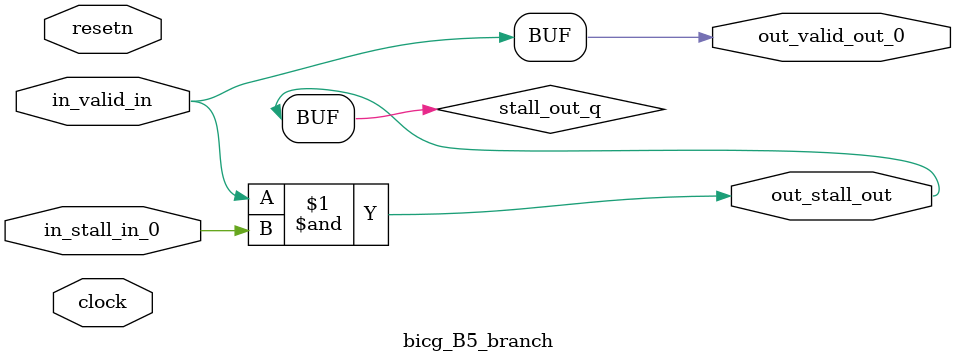
<source format=sv>



(* altera_attribute = "-name AUTO_SHIFT_REGISTER_RECOGNITION OFF; -name MESSAGE_DISABLE 10036; -name MESSAGE_DISABLE 10037; -name MESSAGE_DISABLE 14130; -name MESSAGE_DISABLE 14320; -name MESSAGE_DISABLE 15400; -name MESSAGE_DISABLE 14130; -name MESSAGE_DISABLE 10036; -name MESSAGE_DISABLE 12020; -name MESSAGE_DISABLE 12030; -name MESSAGE_DISABLE 12010; -name MESSAGE_DISABLE 12110; -name MESSAGE_DISABLE 14320; -name MESSAGE_DISABLE 13410; -name MESSAGE_DISABLE 113007; -name MESSAGE_DISABLE 10958" *)
module bicg_B5_branch (
    input wire [0:0] in_stall_in_0,
    input wire [0:0] in_valid_in,
    output wire [0:0] out_stall_out,
    output wire [0:0] out_valid_out_0,
    input wire clock,
    input wire resetn
    );

    wire [0:0] stall_out_q;


    // stall_out(LOGICAL,6)
    assign stall_out_q = in_valid_in & in_stall_in_0;

    // out_stall_out(GPOUT,4)
    assign out_stall_out = stall_out_q;

    // out_valid_out_0(GPOUT,5)
    assign out_valid_out_0 = in_valid_in;

endmodule

</source>
